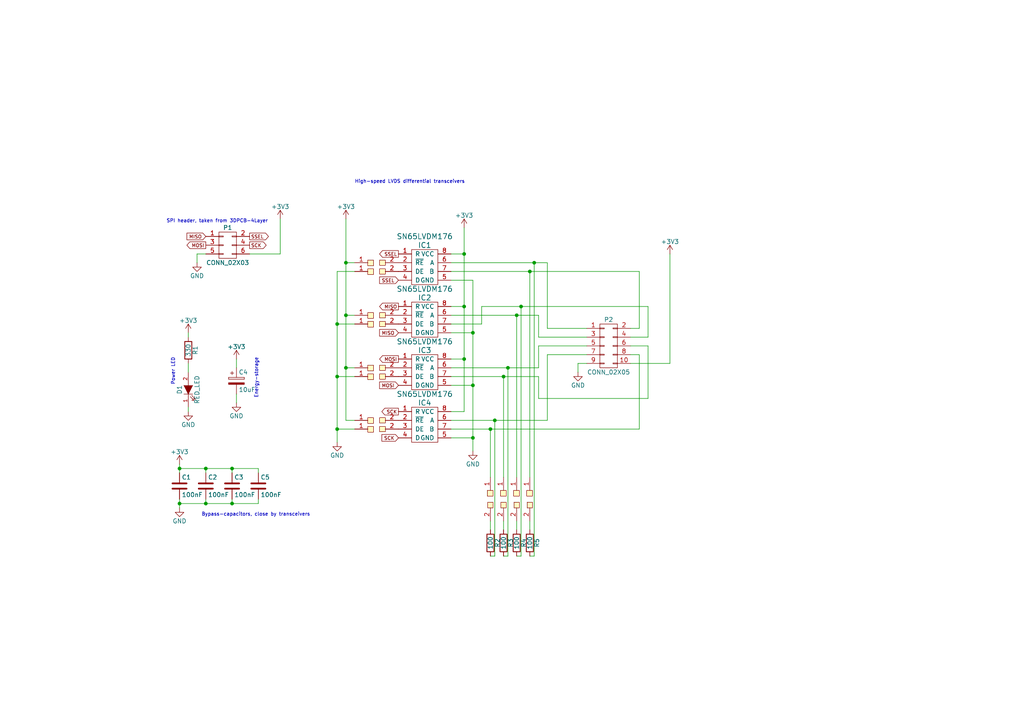
<source format=kicad_sch>
(kicad_sch (version 20230121) (generator eeschema)
  (paper "A4")
  (title_block (title "Differential transceiver high-speed SPI") (date "2016-12-02") (rev "A") (company "LercheTech"))
  (lib_symbols
    (symbol "diff_tran-rescue:+3V3" (power) (pin_names (offset 0))
      (property "Value" "+3V3" (at 0 3.556 0))
      (symbol "+3V3_0_1"
        (polyline (pts (xy -0.762 1.27) (xy 0 2.54)))
        (polyline (pts (xy 0 0) (xy 0 2.54)))
        (polyline (pts (xy 0 2.54) (xy 0.762 1.27)))
      )
      (symbol "+3V3_1_1"
        (pin power_in line (at 0 0 90) (length 0) hide (name "+3V3") (number "1"))
      )
    )
    (symbol "diff_tran-rescue:C" (pin_numbers hide) (pin_names (offset 0.254))
      (property "Reference" "C" (at 0.635 2.54 0))
      (property "Value" "C" (at 0.635 -2.54 0))
      (symbol "C_0_1"
        (polyline (pts (xy -2.032 -0.762) (xy 2.032 -0.762)) (stroke (width 0.508)))
        (polyline (pts (xy -2.032 0.762) (xy 2.032 0.762)) (stroke (width 0.508)))
      )
      (symbol "C_1_1"
        (pin passive line (at 0 3.81 270) (length 2.794) (name "~") (number "1"))
        (pin passive line (at 0 -3.81 90) (length 2.794) (name "~") (number "2"))
      )
    )
    (symbol "diff_tran-rescue:CONN_02X03" (pin_names (offset 0.0254) hide)
      (property "Reference" "P" (at 0 5.08 0))
      (property "Value" "CONN_02X03" (at 0 -5.08 0))
      (symbol "CONN_02X03_0_1"
        (rectangle (start -2.54 -2.413) (end -1.27 -2.667))
        (rectangle (start -2.54 0.127) (end -1.27 -0.127))
        (rectangle (start -2.54 2.667) (end -1.27 2.413))
        (rectangle (start -2.54 3.81) (end 2.54 -3.81))
        (rectangle (start 1.27 -2.413) (end 2.54 -2.667))
        (rectangle (start 1.27 0.127) (end 2.54 -0.127))
        (rectangle (start 1.27 2.667) (end 2.54 2.413))
      )
      (symbol "CONN_02X03_1_1"
        (pin passive line (at -6.35 2.54 0) (length 3.81) (name "P1") (number "1"))
        (pin passive line (at 6.35 2.54 180) (length 3.81) (name "P2") (number "2"))
        (pin passive line (at -6.35 0 0) (length 3.81) (name "P3") (number "3"))
        (pin passive line (at 6.35 0 180) (length 3.81) (name "P4") (number "4"))
        (pin passive line (at -6.35 -2.54 0) (length 3.81) (name "P5") (number "5"))
        (pin passive line (at 6.35 -2.54 180) (length 3.81) (name "P6") (number "6"))
      )
    )
    (symbol "diff_tran-rescue:CONN_02X05" (pin_names (offset 0.0254) hide)
      (property "Reference" "P" (at 0 7.62 0))
      (property "Value" "CONN_02X05" (at 0 -7.62 0))
      (symbol "CONN_02X05_0_1"
        (rectangle (start -2.54 -4.953) (end -1.27 -5.207))
        (rectangle (start -2.54 -2.413) (end -1.27 -2.667))
        (rectangle (start -2.54 0.127) (end -1.27 -0.127))
        (rectangle (start -2.54 2.667) (end -1.27 2.413))
        (rectangle (start -2.54 5.207) (end -1.27 4.953))
        (rectangle (start -2.54 6.35) (end 2.54 -6.35))
        (rectangle (start 1.27 -4.953) (end 2.54 -5.207))
        (rectangle (start 1.27 -2.413) (end 2.54 -2.667))
        (rectangle (start 1.27 0.127) (end 2.54 -0.127))
        (rectangle (start 1.27 2.667) (end 2.54 2.413))
        (rectangle (start 1.27 5.207) (end 2.54 4.953))
      )
      (symbol "CONN_02X05_1_1"
        (pin passive line (at -6.35 5.08 0) (length 3.81) (name "P1") (number "1"))
        (pin passive line (at 6.35 -5.08 180) (length 3.81) (name "P10") (number "10"))
        (pin passive line (at 6.35 5.08 180) (length 3.81) (name "P2") (number "2"))
        (pin passive line (at -6.35 2.54 0) (length 3.81) (name "P3") (number "3"))
        (pin passive line (at 6.35 2.54 180) (length 3.81) (name "P4") (number "4"))
        (pin passive line (at -6.35 0 0) (length 3.81) (name "P5") (number "5"))
        (pin passive line (at 6.35 0 180) (length 3.81) (name "P6") (number "6"))
        (pin passive line (at -6.35 -2.54 0) (length 3.81) (name "P7") (number "7"))
        (pin passive line (at 6.35 -2.54 180) (length 3.81) (name "P8") (number "8"))
        (pin passive line (at -6.35 -5.08 0) (length 3.81) (name "P9") (number "9"))
      )
    )
    (symbol "diff_tran-rescue:CP" (pin_numbers hide) (pin_names (offset 0.254))
      (property "Reference" "C" (at 0.635 2.54 0))
      (property "Value" "CP" (at 0.635 -2.54 0))
      (symbol "CP_0_1"
        (rectangle (start -2.286 0.508) (end -2.286 1.016))
        (rectangle (start -2.286 0.508) (end 2.286 0.508))
        (polyline (pts (xy -1.778 2.286) (xy -0.762 2.286)))
        (polyline (pts (xy -1.27 2.794) (xy -1.27 1.778)))
        (rectangle (start 2.286 -0.508) (end -2.286 -1.016) (fill (type outline)))
        (rectangle (start 2.286 1.016) (end -2.286 1.016))
        (rectangle (start 2.286 1.016) (end 2.286 0.508))
      )
      (symbol "CP_1_1"
        (pin passive line (at 0 3.81 270) (length 2.794) (name "~") (number "1"))
        (pin passive line (at 0 -3.81 90) (length 2.794) (name "~") (number "2"))
      )
    )
    (symbol "diff_tran-rescue:GND" (power) (pin_names (offset 0))
      (property "Value" "GND" (at 0 -3.81 0))
      (symbol "GND_0_1"
        (polyline (pts (xy 0 0) (xy 0 -1.27) (xy 1.27 -1.27) (xy 0 -2.54) (xy -1.27 -1.27) (xy 0 -1.27)))
      )
      (symbol "GND_1_1"
        (pin power_in line (at 0 0 270) (length 0) hide (name "GND") (number "1"))
      )
    )
    (symbol "diff_tran-rescue:LED" (pin_names (offset 1.016) hide)
      (property "Reference" "D" (at 0 2.54 0))
      (property "Value" "LED" (at 0 -2.54 0))
      (symbol "LED_0_1"
        (polyline (pts (xy -1.27 1.27) (xy -1.27 -1.27)))
        (polyline (pts (xy -2.032 -0.635) (xy -3.175 -1.651) (xy -3.048 -1.016)))
        (polyline (pts (xy -1.651 -1.016) (xy -2.794 -2.032) (xy -2.667 -1.397)))
        (polyline (pts (xy 1.27 1.27) (xy -1.27 0) (xy 1.27 -1.27)) (fill (type outline)))
      )
      (symbol "LED_1_1"
        (pin passive line (at -5.08 0 0) (length 3.81) (name "K") (number "1"))
        (pin passive line (at 5.08 0 180) (length 3.81) (name "A") (number "2"))
      )
    )
    (symbol "diff_tran-rescue:R" (pin_numbers hide) (pin_names (offset 0))
      (property "Reference" "R" (at 2.032 0 90))
      (property "Value" "R" (at 0 0 90))
      (symbol "R_0_1"
        (rectangle (start -1.016 -2.54) (end 1.016 2.54) (stroke (width 0.254)))
      )
      (symbol "R_1_1"
        (pin passive line (at 0 3.81 270) (length 1.27) (name "~") (number "1"))
        (pin passive line (at 0 -3.81 90) (length 1.27) (name "~") (number "2"))
      )
    )
    (symbol "diff_tran-rescue:SN65LVDM176" (pin_names (offset 1.016))
      (property "Reference" "IC" (at 0 6.35 0))
      (property "Value" "SN65LVDM176" (at 0 8.89 0))
      (symbol "SN65LVDM176_0_1"
        (rectangle (start -3.81 5.08) (end 3.81 -5.08))
      )
      (symbol "SN65LVDM176_1_1"
        (pin output line (at -7.62 3.81 0) (length 3.81) (name "R") (number "1"))
        (pin input line (at -7.62 1.27 0) (length 3.81) (name "~{RE}") (number "2"))
        (pin input line (at -7.62 -1.27 0) (length 3.81) (name "DE") (number "3"))
        (pin input line (at -7.62 -3.81 0) (length 3.81) (name "D") (number "4"))
        (pin power_in line (at 7.62 -3.81 180) (length 3.81) (name "GND") (number "5"))
        (pin bidirectional line (at 7.62 1.27 180) (length 3.81) (name "A") (number "6"))
        (pin bidirectional line (at 7.62 -1.27 180) (length 3.81) (name "B") (number "7"))
        (pin power_in line (at 7.62 3.81 180) (length 3.81) (name "VCC") (number "8"))
      )
    )
    (symbol "diff_tran-rescue:SOLDER_JUMPER" (pin_names (offset 1.016))
      (property "Reference" "J" (at 0 3.81 0))
      (property "Value" "SOLDER_JUMPER" (at 0 5.08 0))
      (symbol "SOLDER_JUMPER_0_1"
        (rectangle (start -2.54 0.762) (end -0.889 -0.889) (fill (type background)))
        (rectangle (start 2.54 0.762) (end 0.889 -0.762) (fill (type background)))
      )
      (symbol "SOLDER_JUMPER_1_1"
        (pin bidirectional line (at -6.35 0 0) (length 3.81) (name "~") (number "1"))
        (pin bidirectional line (at 6.35 0 180) (length 3.81) (name "~") (number "2"))
      )
    )
  )
  (junction (at 151.13 88.9))
  (junction (at 149.86 91.44))
  (junction (at 137.16 96.52))
  (junction (at 100.33 91.44))
  (junction (at 154.94 76.2))
  (junction (at 100.33 76.2))
  (junction (at 134.62 104.14))
  (junction (at 67.31 135.89))
  (junction (at 100.33 106.68))
  (junction (at 137.16 111.76))
  (junction (at 52.07 146.05))
  (junction (at 52.07 135.89))
  (junction (at 134.62 88.9))
  (junction (at 143.51 121.92))
  (junction (at 97.79 109.22))
  (junction (at 153.67 78.74))
  (junction (at 146.05 109.22))
  (junction (at 59.69 146.05))
  (junction (at 59.69 135.89))
  (junction (at 142.24 124.46))
  (junction (at 147.32 106.68))
  (junction (at 97.79 93.98))
  (junction (at 97.79 124.46))
  (junction (at 67.31 146.05))
  (junction (at 134.62 73.66))
  (junction (at 137.16 127))
  (wire (pts (xy 52.07 146.05) (xy 52.07 147.32)))
  (wire (pts (xy 67.31 146.05) (xy 67.31 144.78)))
  (wire (pts (xy 134.62 104.14) (xy 130.81 104.14)))
  (wire (pts (xy 142.24 124.46) (xy 130.81 124.46)))
  (wire (pts (xy 156.21 109.22) (xy 156.21 115.57)))
  (wire (pts (xy 97.79 124.46) (xy 102.87 124.46)))
  (wire (pts (xy 185.42 102.87) (xy 185.42 124.46)))
  (wire (pts (xy 81.28 73.66) (xy 81.28 63.5)))
  (wire (pts (xy 146.05 161.29) (xy 147.32 161.29)))
  (wire (pts (xy 59.69 135.89) (xy 59.69 137.16)))
  (wire (pts (xy 142.24 153.67) (xy 142.24 151.13)))
  (wire (pts (xy 158.75 102.87) (xy 158.75 121.92)))
  (wire (pts (xy 158.75 95.25) (xy 170.18 95.25)))
  (wire (pts (xy 149.86 153.67) (xy 149.86 151.13)))
  (wire (pts (xy 185.42 124.46) (xy 142.24 124.46)))
  (wire (pts (xy 97.79 78.74) (xy 97.79 93.98)))
  (wire (pts (xy 74.93 135.89) (xy 74.93 137.16)))
  (wire (pts (xy 167.64 105.41) (xy 167.64 107.95)))
  (wire (pts (xy 137.16 127) (xy 137.16 130.81)))
  (wire (pts (xy 59.69 146.05) (xy 67.31 146.05)))
  (wire (pts (xy 153.67 78.74) (xy 185.42 78.74)))
  (wire (pts (xy 52.07 146.05) (xy 59.69 146.05)))
  (wire (pts (xy 158.75 76.2) (xy 158.75 95.25)))
  (wire (pts (xy 156.21 91.44) (xy 149.86 91.44)))
  (wire (pts (xy 142.24 138.43) (xy 142.24 124.46)))
  (wire (pts (xy 72.39 73.66) (xy 81.28 73.66)))
  (wire (pts (xy 67.31 135.89) (xy 67.31 137.16)))
  (wire (pts (xy 143.51 161.29) (xy 143.51 121.92)))
  (wire (pts (xy 52.07 144.78) (xy 52.07 146.05)))
  (wire (pts (xy 102.87 106.68) (xy 100.33 106.68)))
  (wire (pts (xy 194.31 105.41) (xy 182.88 105.41)))
  (wire (pts (xy 130.81 106.68) (xy 147.32 106.68)))
  (wire (pts (xy 68.58 116.84) (xy 68.58 114.3)))
  (wire (pts (xy 187.96 88.9) (xy 187.96 97.79)))
  (wire (pts (xy 102.87 93.98) (xy 97.79 93.98)))
  (wire (pts (xy 52.07 135.89) (xy 59.69 135.89)))
  (wire (pts (xy 185.42 95.25) (xy 182.88 95.25)))
  (wire (pts (xy 74.93 146.05) (xy 74.93 144.78)))
  (wire (pts (xy 153.67 138.43) (xy 153.67 78.74)))
  (wire (pts (xy 134.62 119.38) (xy 130.81 119.38)))
  (wire (pts (xy 153.67 161.29) (xy 154.94 161.29)))
  (wire (pts (xy 68.58 104.14) (xy 68.58 106.68)))
  (wire (pts (xy 151.13 161.29) (xy 151.13 88.9)))
  (wire (pts (xy 137.16 81.28) (xy 137.16 96.52)))
  (wire (pts (xy 146.05 153.67) (xy 146.05 151.13)))
  (wire (pts (xy 102.87 76.2) (xy 100.33 76.2)))
  (wire (pts (xy 156.21 106.68) (xy 156.21 100.33)))
  (wire (pts (xy 187.96 115.57) (xy 187.96 100.33)))
  (wire (pts (xy 156.21 97.79) (xy 156.21 91.44)))
  (wire (pts (xy 137.16 96.52) (xy 137.16 111.76)))
  (wire (pts (xy 156.21 115.57) (xy 187.96 115.57)))
  (wire (pts (xy 139.7 93.98) (xy 139.7 88.9)))
  (wire (pts (xy 130.81 76.2) (xy 154.94 76.2)))
  (wire (pts (xy 182.88 102.87) (xy 185.42 102.87)))
  (wire (pts (xy 158.75 121.92) (xy 143.51 121.92)))
  (wire (pts (xy 137.16 127) (xy 130.81 127)))
  (wire (pts (xy 146.05 138.43) (xy 146.05 109.22)))
  (wire (pts (xy 134.62 88.9) (xy 130.81 88.9)))
  (wire (pts (xy 52.07 135.89) (xy 52.07 137.16)))
  (wire (pts (xy 134.62 66.04) (xy 134.62 73.66)))
  (wire (pts (xy 134.62 88.9) (xy 134.62 104.14)))
  (wire (pts (xy 187.96 100.33) (xy 182.88 100.33)))
  (wire (pts (xy 149.86 138.43) (xy 149.86 91.44)))
  (wire (pts (xy 54.61 119.38) (xy 54.61 118.11)))
  (wire (pts (xy 59.69 146.05) (xy 59.69 144.78)))
  (wire (pts (xy 59.69 73.66) (xy 57.15 73.66)))
  (wire (pts (xy 147.32 106.68) (xy 156.21 106.68)))
  (wire (pts (xy 149.86 91.44) (xy 130.81 91.44)))
  (wire (pts (xy 156.21 100.33) (xy 170.18 100.33)))
  (wire (pts (xy 187.96 97.79) (xy 182.88 97.79)))
  (wire (pts (xy 142.24 161.29) (xy 143.51 161.29)))
  (wire (pts (xy 149.86 161.29) (xy 151.13 161.29)))
  (wire (pts (xy 137.16 111.76) (xy 137.16 127)))
  (wire (pts (xy 146.05 109.22) (xy 156.21 109.22)))
  (wire (pts (xy 100.33 63.5) (xy 100.33 76.2)))
  (wire (pts (xy 57.15 73.66) (xy 57.15 76.2)))
  (wire (pts (xy 170.18 97.79) (xy 156.21 97.79)))
  (wire (pts (xy 54.61 96.52) (xy 54.61 97.79)))
  (wire (pts (xy 130.81 109.22) (xy 146.05 109.22)))
  (wire (pts (xy 151.13 88.9) (xy 187.96 88.9)))
  (wire (pts (xy 153.67 153.67) (xy 153.67 151.13)))
  (wire (pts (xy 130.81 96.52) (xy 137.16 96.52)))
  (wire (pts (xy 147.32 161.29) (xy 147.32 106.68)))
  (wire (pts (xy 102.87 109.22) (xy 97.79 109.22)))
  (wire (pts (xy 194.31 73.66) (xy 194.31 105.41)))
  (wire (pts (xy 97.79 124.46) (xy 97.79 128.27)))
  (wire (pts (xy 130.81 81.28) (xy 137.16 81.28)))
  (wire (pts (xy 100.33 106.68) (xy 100.33 121.92)))
  (wire (pts (xy 130.81 111.76) (xy 137.16 111.76)))
  (wire (pts (xy 134.62 104.14) (xy 134.62 119.38)))
  (wire (pts (xy 130.81 78.74) (xy 153.67 78.74)))
  (wire (pts (xy 100.33 121.92) (xy 102.87 121.92)))
  (wire (pts (xy 154.94 161.29) (xy 154.94 76.2)))
  (wire (pts (xy 130.81 93.98) (xy 139.7 93.98)))
  (wire (pts (xy 170.18 102.87) (xy 158.75 102.87)))
  (wire (pts (xy 134.62 73.66) (xy 134.62 88.9)))
  (wire (pts (xy 100.33 76.2) (xy 100.33 91.44)))
  (wire (pts (xy 100.33 91.44) (xy 100.33 106.68)))
  (wire (pts (xy 102.87 78.74) (xy 97.79 78.74)))
  (wire (pts (xy 170.18 105.41) (xy 167.64 105.41)))
  (wire (pts (xy 67.31 135.89) (xy 74.93 135.89)))
  (wire (pts (xy 97.79 109.22) (xy 97.79 124.46)))
  (wire (pts (xy 67.31 146.05) (xy 74.93 146.05)))
  (wire (pts (xy 52.07 134.62) (xy 52.07 135.89)))
  (wire (pts (xy 185.42 78.74) (xy 185.42 95.25)))
  (wire (pts (xy 154.94 76.2) (xy 158.75 76.2)))
  (wire (pts (xy 54.61 105.41) (xy 54.61 107.95)))
  (wire (pts (xy 139.7 88.9) (xy 151.13 88.9)))
  (wire (pts (xy 130.81 73.66) (xy 134.62 73.66)))
  (wire (pts (xy 97.79 93.98) (xy 97.79 109.22)))
  (wire (pts (xy 102.87 91.44) (xy 100.33 91.44)))
  (wire (pts (xy 59.69 135.89) (xy 67.31 135.89)))
  (wire (pts (xy 143.51 121.92) (xy 130.81 121.92)))
  (text "Energy-storage" (at 74.93 115.57 90) (effects (font (size 0.9906 0.9906)) (justify left bottom)))
  (text "SPI header, taken from 3DPCB-4Layer" (at 48.26 64.77 0) (effects (font (size 0.9906 0.9906)) (justify left bottom)))
  (text "Power LED" (at 50.8 111.76 90) (effects (font (size 0.9906 0.9906)) (justify left bottom)))
  (text "High-speed LVDS differential transceivers" (at 102.87 53.34 0) (effects (font (size 0.9906 0.9906)) (justify left bottom)))
  (text "Bypass-capacitors, close by transceivers" (at 58.42 149.86 0) (effects (font (size 0.9906 0.9906)) (justify left bottom)))
  (global_label "MISO" (shape output) (at 115.57 88.9 180) (effects (font (size 0.9906 0.9906))) (property "Intersheetrefs" "${INTERSHEET_REFS}" (effects hide)))
  (global_label "SCK" (shape output) (at 115.57 119.38 180) (effects (font (size 0.9906 0.9906))) (property "Intersheetrefs" "${INTERSHEET_REFS}" (effects hide)))
  (global_label "MISO" (shape input) (at 59.69 68.58 180) (effects (font (size 0.9906 0.9906))) (property "Intersheetrefs" "${INTERSHEET_REFS}" (effects hide)))
  (global_label "MOSI" (shape input) (at 115.57 111.76 180) (effects (font (size 0.9906 0.9906))) (property "Intersheetrefs" "${INTERSHEET_REFS}" (effects hide)))
  (global_label "SCK" (shape input) (at 115.57 127 180) (effects (font (size 0.9906 0.9906))) (property "Intersheetrefs" "${INTERSHEET_REFS}" (effects hide)))
  (global_label "MOSI" (shape output) (at 115.57 104.14 180) (effects (font (size 0.9906 0.9906))) (property "Intersheetrefs" "${INTERSHEET_REFS}" (effects hide)))
  (global_label "SSEL" (shape output) (at 72.39 68.58 0) (effects (font (size 0.9906 0.9906))) (property "Intersheetrefs" "${INTERSHEET_REFS}" (effects hide)))
  (global_label "SSEL" (shape output) (at 115.57 73.66 180) (effects (font (size 0.9906 0.9906))) (property "Intersheetrefs" "${INTERSHEET_REFS}" (effects hide)))
  (global_label "SCK" (shape output) (at 72.39 71.12 0) (effects (font (size 0.9906 0.9906))) (property "Intersheetrefs" "${INTERSHEET_REFS}" (effects hide)))
  (global_label "MISO" (shape input) (at 115.57 96.52 180) (effects (font (size 0.9906 0.9906))) (property "Intersheetrefs" "${INTERSHEET_REFS}" (effects hide)))
  (global_label "MOSI" (shape output) (at 59.69 71.12 180) (effects (font (size 0.9906 0.9906))) (property "Intersheetrefs" "${INTERSHEET_REFS}" (effects hide)))
  (global_label "SSEL" (shape input) (at 115.57 81.28 180) (effects (font (size 0.9906 0.9906))) (property "Intersheetrefs" "${INTERSHEET_REFS}" (effects hide)))
  (symbol (lib_id "diff_tran-rescue:SN65LVDM176") (at 123.19 123.19 0) (unit 1)
    (property "Reference" "IC4" (at 123.19 116.84 0) (effects (font (size 1.524 1.524))))
    (property "Value" "SN65LVDM176" (at 123.19 114.3 0) (effects (font (size 1.524 1.524))))
    (property "Footprint" "SMD_Packages:SOIC-8-N" (effects hide))
  )
  (symbol (lib_id "diff_tran-rescue:SN65LVDM176") (at 123.19 107.95 0) (unit 1)
    (property "Reference" "IC3" (at 123.19 101.6 0) (effects (font (size 1.524 1.524))))
    (property "Value" "SN65LVDM176" (at 123.19 99.06 0) (effects (font (size 1.524 1.524))))
    (property "Footprint" "SMD_Packages:SOIC-8-N" (effects hide))
  )
  (symbol (lib_id "diff_tran-rescue:SN65LVDM176") (at 123.19 92.71 0) (unit 1)
    (property "Reference" "IC2" (at 123.19 86.36 0) (effects (font (size 1.524 1.524))))
    (property "Value" "SN65LVDM176" (at 123.19 83.82 0) (effects (font (size 1.524 1.524))))
    (property "Footprint" "SMD_Packages:SOIC-8-N" (effects hide))
  )
  (symbol (lib_id "diff_tran-rescue:SN65LVDM176") (at 123.19 77.47 0) (unit 1)
    (property "Reference" "IC1" (at 123.19 71.12 0) (effects (font (size 1.524 1.524))))
    (property "Value" "SN65LVDM176" (at 123.19 68.58 0) (effects (font (size 1.524 1.524))))
    (property "Footprint" "SMD_Packages:SOIC-8-N" (effects hide))
  )
  (symbol (lib_id "diff_tran-rescue:GND") (at 57.15 76.2 0) (unit 1)
    (property "Reference" "#PWR01" (effects hide))
    (property "Value" "GND" (at 57.15 80.01 0))
  )
  (symbol (lib_id "diff_tran-rescue:+3V3") (at 81.28 63.5 0) (unit 1)
    (property "Reference" "#PWR02" (effects hide))
    (property "Value" "+3V3" (at 81.28 59.944 0))
  )
  (symbol (lib_id "diff_tran-rescue:+3V3") (at 134.62 66.04 0) (unit 1)
    (property "Reference" "#PWR03" (effects hide))
    (property "Value" "+3V3" (at 134.62 62.484 0))
  )
  (symbol (lib_id "diff_tran-rescue:GND") (at 137.16 130.81 0) (unit 1)
    (property "Reference" "#PWR04" (effects hide))
    (property "Value" "GND" (at 137.16 134.62 0))
  )
  (symbol (lib_id "diff_tran-rescue:CONN_02X03") (at 66.04 71.12 0) (unit 1)
    (property "Reference" "P1" (at 66.04 66.04 0))
    (property "Value" "CONN_02X03" (at 66.04 76.2 0))
    (property "Footprint" "Pin_Headers:Pin_Header_Straight_2x03" (effects hide))
  )
  (symbol (lib_id "diff_tran-rescue:SOLDER_JUMPER") (at 109.22 76.2 0) (unit 1)
    (property "Reference" "J1" (effects hide))
    (property "Value" "SOLDER_JUMPER" (effects hide))
    (property "Footprint" "LercheTech:Lerche_2PsolderJumper" (effects hide))
  )
  (symbol (lib_id "diff_tran-rescue:SOLDER_JUMPER") (at 109.22 78.74 0) (unit 1)
    (property "Reference" "J2" (effects hide))
    (property "Value" "SOLDER_JUMPER" (effects hide))
    (property "Footprint" "LercheTech:Lerche_2PsolderJumper" (effects hide))
  )
  (symbol (lib_id "diff_tran-rescue:SOLDER_JUMPER") (at 109.22 91.44 0) (unit 1)
    (property "Reference" "J3" (effects hide))
    (property "Value" "SOLDER_JUMPER" (effects hide))
    (property "Footprint" "LercheTech:Lerche_2PsolderJumper" (effects hide))
  )
  (symbol (lib_id "diff_tran-rescue:SOLDER_JUMPER") (at 109.22 93.98 0) (unit 1)
    (property "Reference" "J4" (effects hide))
    (property "Value" "SOLDER_JUMPER" (effects hide))
    (property "Footprint" "LercheTech:Lerche_2PsolderJumper" (effects hide))
  )
  (symbol (lib_id "diff_tran-rescue:SOLDER_JUMPER") (at 109.22 106.68 0) (unit 1)
    (property "Reference" "J5" (effects hide))
    (property "Value" "SOLDER_JUMPER" (effects hide))
    (property "Footprint" "LercheTech:Lerche_2PsolderJumper" (effects hide))
  )
  (symbol (lib_id "diff_tran-rescue:SOLDER_JUMPER") (at 109.22 109.22 0) (unit 1)
    (property "Reference" "J6" (effects hide))
    (property "Value" "SOLDER_JUMPER" (effects hide))
    (property "Footprint" "LercheTech:Lerche_2PsolderJumper" (effects hide))
  )
  (symbol (lib_id "diff_tran-rescue:SOLDER_JUMPER") (at 109.22 121.92 0) (unit 1)
    (property "Reference" "J7" (effects hide))
    (property "Value" "SOLDER_JUMPER" (effects hide))
    (property "Footprint" "LercheTech:Lerche_2PsolderJumper" (effects hide))
  )
  (symbol (lib_id "diff_tran-rescue:SOLDER_JUMPER") (at 109.22 124.46 0) (unit 1)
    (property "Reference" "J8" (effects hide))
    (property "Value" "SOLDER_JUMPER" (effects hide))
    (property "Footprint" "LercheTech:Lerche_2PsolderJumper" (effects hide))
  )
  (symbol (lib_id "diff_tran-rescue:+3V3") (at 100.33 63.5 0) (unit 1)
    (property "Reference" "#PWR05" (effects hide))
    (property "Value" "+3V3" (at 100.33 59.944 0))
  )
  (symbol (lib_id "diff_tran-rescue:GND") (at 97.79 128.27 0) (unit 1)
    (property "Reference" "#PWR06" (effects hide))
    (property "Value" "GND" (at 97.79 132.08 0))
  )
  (symbol (lib_id "diff_tran-rescue:CONN_02X05") (at 176.53 100.33 0) (unit 1)
    (property "Reference" "P2" (at 176.53 92.71 0))
    (property "Value" "CONN_02X05" (at 176.53 107.95 0))
    (property "Footprint" "Pin_Headers:Pin_Header_Straight_2x05" (effects hide))
  )
  (symbol (lib_id "diff_tran-rescue:GND") (at 167.64 107.95 0) (unit 1)
    (property "Reference" "#PWR07" (effects hide))
    (property "Value" "GND" (at 167.64 111.76 0))
  )
  (symbol (lib_id "diff_tran-rescue:+3V3") (at 194.31 73.66 0) (unit 1)
    (property "Reference" "#PWR08" (effects hide))
    (property "Value" "+3V3" (at 194.31 70.104 0))
  )
  (symbol (lib_id "diff_tran-rescue:CP") (at 68.58 110.49 0) (unit 1)
    (property "Reference" "C4" (at 69.215 107.95 0) (effects (justify left)))
    (property "Value" "10uF" (at 69.215 113.03 0) (effects (justify left)))
    (property "Footprint" "Capacitors_Tantalum_SMD:Tantalum_Case-A_EIA-3216-18_Reflow" (effects hide))
  )
  (symbol (lib_id "diff_tran-rescue:C") (at 52.07 140.97 0) (unit 1)
    (property "Reference" "C1" (at 52.705 138.43 0) (effects (justify left)))
    (property "Value" "100nF" (at 52.705 143.51 0) (effects (justify left)))
    (property "Footprint" "Capacitors_SMD:C_0603" (effects hide))
  )
  (symbol (lib_id "diff_tran-rescue:LED") (at 54.61 113.03 90) (unit 1)
    (property "Reference" "D1" (at 52.07 113.03 0))
    (property "Value" "RED_LED" (at 57.15 113.03 0))
    (property "Footprint" "LEDs:LED_0603" (effects hide))
  )
  (symbol (lib_id "diff_tran-rescue:R") (at 54.61 101.6 0) (unit 1)
    (property "Reference" "R1" (at 56.642 101.6 90))
    (property "Value" "330" (at 54.61 101.6 90))
    (property "Footprint" "Resistors_SMD:R_0603" (effects hide))
  )
  (symbol (lib_id "diff_tran-rescue:GND") (at 54.61 119.38 0) (unit 1)
    (property "Reference" "#PWR09" (effects hide))
    (property "Value" "GND" (at 54.61 123.19 0))
  )
  (symbol (lib_id "diff_tran-rescue:+3V3") (at 54.61 96.52 0) (unit 1)
    (property "Reference" "#PWR010" (effects hide))
    (property "Value" "+3V3" (at 54.61 92.964 0))
  )
  (symbol (lib_id "diff_tran-rescue:+3V3") (at 68.58 104.14 0) (unit 1)
    (property "Reference" "#PWR011" (effects hide))
    (property "Value" "+3V3" (at 68.58 100.584 0))
  )
  (symbol (lib_id "diff_tran-rescue:GND") (at 68.58 116.84 0) (unit 1)
    (property "Reference" "#PWR012" (effects hide))
    (property "Value" "GND" (at 68.58 120.65 0))
  )
  (symbol (lib_id "diff_tran-rescue:C") (at 59.69 140.97 0) (unit 1)
    (property "Reference" "C2" (at 60.325 138.43 0) (effects (justify left)))
    (property "Value" "100nF" (at 60.325 143.51 0) (effects (justify left)))
    (property "Footprint" "Capacitors_SMD:C_0603" (effects hide))
  )
  (symbol (lib_id "diff_tran-rescue:C") (at 67.31 140.97 0) (unit 1)
    (property "Reference" "C3" (at 67.945 138.43 0) (effects (justify left)))
    (property "Value" "100nF" (at 67.945 143.51 0) (effects (justify left)))
    (property "Footprint" "Capacitors_SMD:C_0603" (effects hide))
  )
  (symbol (lib_id "diff_tran-rescue:C") (at 74.93 140.97 0) (unit 1)
    (property "Reference" "C5" (at 75.565 138.43 0) (effects (justify left)))
    (property "Value" "100nF" (at 75.565 143.51 0) (effects (justify left)))
    (property "Footprint" "Capacitors_SMD:C_0603" (effects hide))
  )
  (symbol (lib_id "diff_tran-rescue:+3V3") (at 52.07 134.62 0) (unit 1)
    (property "Reference" "#PWR013" (effects hide))
    (property "Value" "+3V3" (at 52.07 131.064 0))
  )
  (symbol (lib_id "diff_tran-rescue:GND") (at 52.07 147.32 0) (unit 1)
    (property "Reference" "#PWR014" (effects hide))
    (property "Value" "GND" (at 52.07 151.13 0))
  )
  (symbol (lib_id "diff_tran-rescue:SOLDER_JUMPER") (at 142.24 144.78 270) (unit 1)
    (property "Reference" "J9" (effects hide))
    (property "Value" "SOLDER_JUMPER" (effects hide))
    (property "Footprint" "LercheTech:Lerche_2PsolderJumper" (effects hide))
  )
  (symbol (lib_id "diff_tran-rescue:SOLDER_JUMPER") (at 146.05 144.78 270) (unit 1)
    (property "Reference" "J10" (effects hide))
    (property "Value" "SOLDER_JUMPER" (effects hide))
    (property "Footprint" "LercheTech:Lerche_2PsolderJumper" (effects hide))
  )
  (symbol (lib_id "diff_tran-rescue:SOLDER_JUMPER") (at 149.86 144.78 270) (unit 1)
    (property "Reference" "J11" (effects hide))
    (property "Value" "SOLDER_JUMPER" (effects hide))
    (property "Footprint" "LercheTech:Lerche_2PsolderJumper" (effects hide))
  )
  (symbol (lib_id "diff_tran-rescue:SOLDER_JUMPER") (at 153.67 144.78 270) (unit 1)
    (property "Reference" "J12" (effects hide))
    (property "Value" "SOLDER_JUMPER" (effects hide))
    (property "Footprint" "LercheTech:Lerche_2PsolderJumper" (effects hide))
  )
  (symbol (lib_id "diff_tran-rescue:R") (at 142.24 157.48 0) (unit 1)
    (property "Reference" "R2" (at 144.272 157.48 90))
    (property "Value" "100" (at 142.24 157.48 90))
    (property "Footprint" "Resistors_SMD:R_0603" (effects hide))
  )
  (symbol (lib_id "diff_tran-rescue:R") (at 146.05 157.48 0) (unit 1)
    (property "Reference" "R3" (at 148.082 157.48 90))
    (property "Value" "100" (at 146.05 157.48 90))
    (property "Footprint" "Resistors_SMD:R_0603" (effects hide))
  )
  (symbol (lib_id "diff_tran-rescue:R") (at 149.86 157.48 0) (unit 1)
    (property "Reference" "R4" (at 151.892 157.48 90))
    (property "Value" "100" (at 149.86 157.48 90))
    (property "Footprint" "Resistors_SMD:R_0603" (effects hide))
  )
  (symbol (lib_id "diff_tran-rescue:R") (at 153.67 157.48 0) (unit 1)
    (property "Reference" "R5" (at 155.702 157.48 90))
    (property "Value" "100" (at 153.67 157.48 90))
    (property "Footprint" "Resistors_SMD:R_0603" (effects hide))
  )
)
</source>
